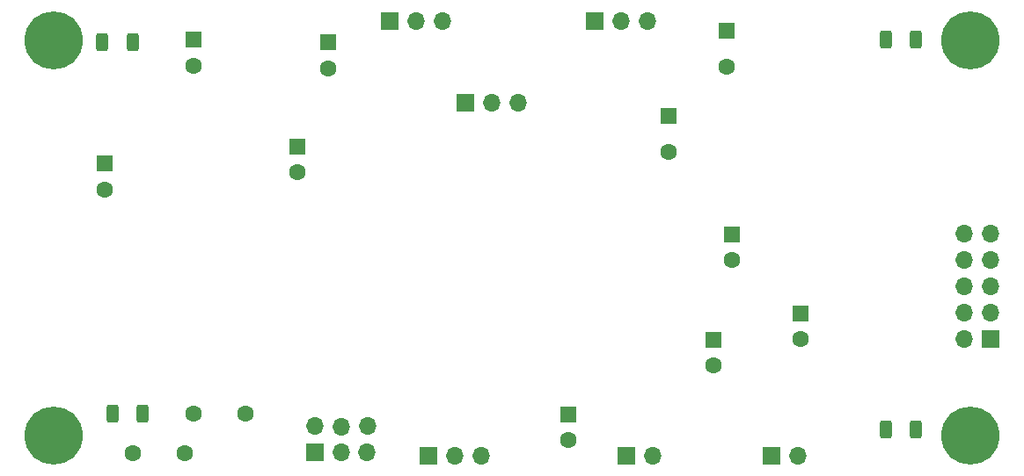
<source format=gbs>
G04 #@! TF.GenerationSoftware,KiCad,Pcbnew,8.0.4*
G04 #@! TF.CreationDate,2024-08-16T09:26:53+02:00*
G04 #@! TF.ProjectId,Purrtico_TLA,50757272-7469-4636-9f5f-544c412e6b69,01*
G04 #@! TF.SameCoordinates,Original*
G04 #@! TF.FileFunction,Soldermask,Bot*
G04 #@! TF.FilePolarity,Negative*
%FSLAX46Y46*%
G04 Gerber Fmt 4.6, Leading zero omitted, Abs format (unit mm)*
G04 Created by KiCad (PCBNEW 8.0.4) date 2024-08-16 09:26:53*
%MOMM*%
%LPD*%
G01*
G04 APERTURE LIST*
G04 Aperture macros list*
%AMRoundRect*
0 Rectangle with rounded corners*
0 $1 Rounding radius*
0 $2 $3 $4 $5 $6 $7 $8 $9 X,Y pos of 4 corners*
0 Add a 4 corners polygon primitive as box body*
4,1,4,$2,$3,$4,$5,$6,$7,$8,$9,$2,$3,0*
0 Add four circle primitives for the rounded corners*
1,1,$1+$1,$2,$3*
1,1,$1+$1,$4,$5*
1,1,$1+$1,$6,$7*
1,1,$1+$1,$8,$9*
0 Add four rect primitives between the rounded corners*
20,1,$1+$1,$2,$3,$4,$5,0*
20,1,$1+$1,$4,$5,$6,$7,0*
20,1,$1+$1,$6,$7,$8,$9,0*
20,1,$1+$1,$8,$9,$2,$3,0*%
G04 Aperture macros list end*
%ADD10R,1.700000X1.700000*%
%ADD11O,1.700000X1.700000*%
%ADD12C,1.600000*%
%ADD13C,5.600000*%
%ADD14R,1.600000X1.600000*%
%ADD15RoundRect,0.250000X-0.312500X-0.625000X0.312500X-0.625000X0.312500X0.625000X-0.312500X0.625000X0*%
%ADD16RoundRect,0.250000X0.312500X0.625000X-0.312500X0.625000X-0.312500X-0.625000X0.312500X-0.625000X0*%
G04 APERTURE END LIST*
D10*
X100838000Y-78740000D03*
D11*
X103378000Y-78740000D03*
X105918000Y-78740000D03*
D10*
X89956000Y-78446000D03*
D11*
X92456000Y-78446000D03*
X94956000Y-78446000D03*
X89956000Y-75906000D03*
X92456000Y-75946000D03*
X95036000Y-75906000D03*
D10*
X154940000Y-67502000D03*
D11*
X152400000Y-67502000D03*
X154940000Y-64962000D03*
X152400000Y-64962000D03*
X154940000Y-62422000D03*
X152400000Y-62422000D03*
X154940000Y-59882000D03*
X152400000Y-59882000D03*
X154940000Y-57342000D03*
X152400000Y-57342000D03*
D12*
X78232000Y-74676000D03*
X83232000Y-74676000D03*
D10*
X133858000Y-78740000D03*
D11*
X136398000Y-78740000D03*
D13*
X64770000Y-38735000D03*
X153035000Y-38735000D03*
D14*
X136652000Y-65024000D03*
D12*
X136652000Y-67524000D03*
D14*
X78210000Y-38658000D03*
D12*
X78210000Y-41158000D03*
D10*
X104394000Y-44704000D03*
D11*
X106934000Y-44704000D03*
X109474000Y-44704000D03*
D12*
X72430000Y-78486000D03*
X77430000Y-78486000D03*
D10*
X116855000Y-36830000D03*
D11*
X119395000Y-36830000D03*
X121935000Y-36830000D03*
D14*
X130048000Y-57429621D03*
D12*
X130048000Y-59929621D03*
D10*
X97155000Y-36830000D03*
D11*
X99695000Y-36830000D03*
X102235000Y-36830000D03*
D10*
X119888000Y-78740000D03*
D11*
X122428000Y-78740000D03*
D13*
X64770000Y-76835000D03*
D14*
X123952000Y-45974000D03*
D12*
X123952000Y-49474000D03*
D14*
X91196500Y-38912000D03*
D12*
X91196500Y-41412000D03*
D14*
X69723000Y-50611000D03*
D12*
X69723000Y-53111000D03*
D14*
X88265000Y-48960000D03*
D12*
X88265000Y-51460000D03*
D14*
X114300000Y-74763621D03*
D12*
X114300000Y-77263621D03*
D14*
X129518000Y-37767349D03*
D12*
X129518000Y-41267349D03*
D13*
X153035000Y-76835000D03*
D14*
X128270000Y-67564000D03*
D12*
X128270000Y-70064000D03*
D15*
X69465000Y-38862000D03*
X72390000Y-38862000D03*
X70419500Y-74676000D03*
X73344500Y-74676000D03*
D16*
X147766500Y-38608000D03*
X144841500Y-38608000D03*
X147766500Y-76200000D03*
X144841500Y-76200000D03*
M02*

</source>
